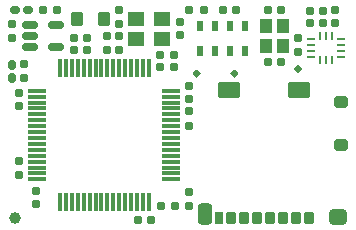
<source format=gbr>
%TF.GenerationSoftware,KiCad,Pcbnew,8.0.0*%
%TF.CreationDate,2024-09-22T12:37:06-04:00*%
%TF.ProjectId,MainBoard,4d61696e-426f-4617-9264-2e6b69636164,rev?*%
%TF.SameCoordinates,Original*%
%TF.FileFunction,Soldermask,Top*%
%TF.FilePolarity,Negative*%
%FSLAX46Y46*%
G04 Gerber Fmt 4.6, Leading zero omitted, Abs format (unit mm)*
G04 Created by KiCad (PCBNEW 8.0.0) date 2024-09-22 12:37:06*
%MOMM*%
%LPD*%
G01*
G04 APERTURE LIST*
G04 Aperture macros list*
%AMRoundRect*
0 Rectangle with rounded corners*
0 $1 Rounding radius*
0 $2 $3 $4 $5 $6 $7 $8 $9 X,Y pos of 4 corners*
0 Add a 4 corners polygon primitive as box body*
4,1,4,$2,$3,$4,$5,$6,$7,$8,$9,$2,$3,0*
0 Add four circle primitives for the rounded corners*
1,1,$1+$1,$2,$3*
1,1,$1+$1,$4,$5*
1,1,$1+$1,$6,$7*
1,1,$1+$1,$8,$9*
0 Add four rect primitives between the rounded corners*
20,1,$1+$1,$2,$3,$4,$5,0*
20,1,$1+$1,$4,$5,$6,$7,0*
20,1,$1+$1,$6,$7,$8,$9,0*
20,1,$1+$1,$8,$9,$2,$3,0*%
G04 Aperture macros list end*
%ADD10C,0.350000*%
%ADD11RoundRect,0.155000X0.212500X0.155000X-0.212500X0.155000X-0.212500X-0.155000X0.212500X-0.155000X0*%
%ADD12RoundRect,0.160000X0.160000X-0.197500X0.160000X0.197500X-0.160000X0.197500X-0.160000X-0.197500X0*%
%ADD13RoundRect,0.160000X-0.222500X-0.160000X0.222500X-0.160000X0.222500X0.160000X-0.222500X0.160000X0*%
%ADD14RoundRect,0.155000X-0.155000X0.212500X-0.155000X-0.212500X0.155000X-0.212500X0.155000X0.212500X0*%
%ADD15RoundRect,0.160000X-0.160000X0.222500X-0.160000X-0.222500X0.160000X-0.222500X0.160000X0.222500X0*%
%ADD16R,1.000000X1.150000*%
%ADD17RoundRect,0.155000X0.155000X-0.212500X0.155000X0.212500X-0.155000X0.212500X-0.155000X-0.212500X0*%
%ADD18R,0.550000X0.950000*%
%ADD19RoundRect,0.155000X-0.212500X-0.155000X0.212500X-0.155000X0.212500X0.155000X-0.212500X0.155000X0*%
%ADD20C,1.000000*%
%ADD21R,0.675000X0.250000*%
%ADD22R,0.250000X0.675000*%
%ADD23RoundRect,0.212500X0.212500X0.337500X-0.212500X0.337500X-0.212500X-0.337500X0.212500X-0.337500X0*%
%ADD24RoundRect,0.187500X0.187500X0.362500X-0.187500X0.362500X-0.187500X-0.362500X0.187500X-0.362500X0*%
%ADD25RoundRect,0.250000X0.350000X0.250000X-0.350000X0.250000X-0.350000X-0.250000X0.350000X-0.250000X0*%
%ADD26RoundRect,0.400000X0.375000X0.275000X-0.375000X0.275000X-0.375000X-0.275000X0.375000X-0.275000X0*%
%ADD27RoundRect,0.250000X0.700000X0.425000X-0.700000X0.425000X-0.700000X-0.425000X0.700000X-0.425000X0*%
%ADD28RoundRect,0.250000X0.335000X0.650000X-0.335000X0.650000X-0.335000X-0.650000X0.335000X-0.650000X0*%
%ADD29RoundRect,0.250000X-0.275000X-0.350000X0.275000X-0.350000X0.275000X0.350000X-0.275000X0.350000X0*%
%ADD30RoundRect,0.160000X-0.197500X-0.160000X0.197500X-0.160000X0.197500X0.160000X-0.197500X0.160000X0*%
%ADD31RoundRect,0.150000X-0.512500X-0.150000X0.512500X-0.150000X0.512500X0.150000X-0.512500X0.150000X0*%
%ADD32RoundRect,0.160000X-0.160000X0.197500X-0.160000X-0.197500X0.160000X-0.197500X0.160000X0.197500X0*%
%ADD33R,1.400000X1.200000*%
%ADD34RoundRect,0.075000X-0.075000X0.700000X-0.075000X-0.700000X0.075000X-0.700000X0.075000X0.700000X0*%
%ADD35RoundRect,0.075000X-0.700000X0.075000X-0.700000X-0.075000X0.700000X-0.075000X0.700000X0.075000X0*%
G04 APERTURE END LIST*
D10*
X101575000Y-79400000D02*
G75*
G02*
X101225000Y-79400000I-175000J0D01*
G01*
X101225000Y-79400000D02*
G75*
G02*
X101575000Y-79400000I175000J0D01*
G01*
X110175000Y-79000000D02*
G75*
G02*
X109825000Y-79000000I-175000J0D01*
G01*
X109825000Y-79000000D02*
G75*
G02*
X110175000Y-79000000I175000J0D01*
G01*
X104775000Y-79400000D02*
G75*
G02*
X104425000Y-79400000I-175000J0D01*
G01*
X104425000Y-79400000D02*
G75*
G02*
X104775000Y-79400000I175000J0D01*
G01*
D11*
%TO.C,C15*%
X97567500Y-91800000D03*
X96432500Y-91800000D03*
%TD*%
D12*
%TO.C,R9*%
X100800000Y-90597500D03*
X100800000Y-89402500D03*
%TD*%
D13*
%TO.C,D1*%
X86000000Y-74000000D03*
X87145002Y-74000000D03*
%TD*%
D14*
%TO.C,C16*%
X87800000Y-89332500D03*
X87800000Y-90467500D03*
%TD*%
D15*
%TO.C,D2*%
X85800000Y-78627499D03*
X85800000Y-79772501D03*
%TD*%
D16*
%TO.C,U6*%
X107300000Y-75325000D03*
X107300000Y-77075000D03*
X108700000Y-77075000D03*
X108700000Y-75325000D03*
%TD*%
D17*
%TO.C,C12*%
X94800000Y-75167500D03*
X94800000Y-74032500D03*
%TD*%
D18*
%TO.C,U4*%
X105475000Y-75325000D03*
X104225000Y-75325000D03*
X102975000Y-75325000D03*
X101725000Y-75325000D03*
X101725000Y-77475000D03*
X102975000Y-77475000D03*
X104225000Y-77475000D03*
X105475000Y-77475000D03*
%TD*%
D19*
%TO.C,C5*%
X110970000Y-74100000D03*
X112105000Y-74100000D03*
%TD*%
D20*
%TO.C,TP1*%
X86000000Y-91600000D03*
%TD*%
D21*
%TO.C,U3*%
X113600000Y-78000000D03*
X113600000Y-77500000D03*
X113600000Y-77000000D03*
X113600000Y-76500000D03*
D22*
X112837500Y-76237500D03*
X112337500Y-76237499D03*
X111837500Y-76237500D03*
D21*
X111075000Y-76500000D03*
X111075000Y-77000000D03*
X111075000Y-77500000D03*
X111075000Y-78000000D03*
D22*
X111837500Y-78262500D03*
X112337500Y-78262501D03*
X112837500Y-78262500D03*
%TD*%
D23*
%TO.C,J1*%
X110960000Y-91625000D03*
X109860000Y-91625000D03*
X108760000Y-91625000D03*
X107660000Y-91625000D03*
X106560000Y-91625000D03*
X105460000Y-91625000D03*
X104360000Y-91625000D03*
D24*
X103310000Y-91625000D03*
D25*
X113595000Y-85475000D03*
X113595000Y-81775000D03*
D26*
X113420000Y-91500000D03*
D27*
X110095000Y-80800000D03*
X104125000Y-80800000D03*
D28*
X102100000Y-91275000D03*
%TD*%
D29*
%TO.C,FB1*%
X91250000Y-74800000D03*
X93550000Y-74800000D03*
%TD*%
D11*
%TO.C,C6*%
X89567500Y-74000000D03*
X88432500Y-74000000D03*
%TD*%
D12*
%TO.C,R3*%
X94800000Y-77397500D03*
X94800000Y-76202500D03*
%TD*%
D17*
%TO.C,C24*%
X113137500Y-75135000D03*
X113137500Y-74000000D03*
%TD*%
D14*
%TO.C,C17*%
X100800000Y-80432500D03*
X100800000Y-81567500D03*
%TD*%
D11*
%TO.C,C23*%
X104767500Y-74000000D03*
X103632500Y-74000000D03*
%TD*%
D30*
%TO.C,R12*%
X100802500Y-74000000D03*
X101997500Y-74000000D03*
%TD*%
D19*
%TO.C,C8*%
X98332500Y-77800000D03*
X99467500Y-77800000D03*
%TD*%
D14*
%TO.C,C10*%
X100000000Y-75032500D03*
X100000000Y-76167500D03*
%TD*%
%TO.C,C3*%
X85800000Y-75232500D03*
X85800000Y-76367500D03*
%TD*%
D19*
%TO.C,C18*%
X91032500Y-77432501D03*
X92167500Y-77432501D03*
%TD*%
D31*
%TO.C,U1*%
X87262500Y-75250000D03*
X87262500Y-76200000D03*
X87262500Y-77150000D03*
X89537500Y-77150000D03*
X89537500Y-75250000D03*
%TD*%
D32*
%TO.C,R1*%
X100800000Y-82602500D03*
X100800000Y-83797500D03*
%TD*%
D33*
%TO.C,Y1*%
X98500000Y-74750000D03*
X96300000Y-74750000D03*
X96300000Y-76450000D03*
X98500000Y-76450000D03*
%TD*%
D17*
%TO.C,C13*%
X86400000Y-87967500D03*
X86400000Y-86832500D03*
%TD*%
D11*
%TO.C,C20*%
X108567500Y-74000000D03*
X107432500Y-74000000D03*
%TD*%
D19*
%TO.C,C11*%
X98432500Y-90567500D03*
X99567500Y-90567500D03*
%TD*%
%TO.C,C19*%
X91032500Y-76400000D03*
X92167500Y-76400000D03*
%TD*%
D17*
%TO.C,C1*%
X93800000Y-77367500D03*
X93800000Y-76232500D03*
%TD*%
D32*
%TO.C,R4*%
X86800000Y-78602500D03*
X86800000Y-79797500D03*
%TD*%
D17*
%TO.C,C14*%
X86400000Y-82167500D03*
X86400000Y-81032500D03*
%TD*%
D19*
%TO.C,C9*%
X98332500Y-78800000D03*
X99467500Y-78800000D03*
%TD*%
D34*
%TO.C,U2*%
X97350000Y-78925000D03*
X96850000Y-78925000D03*
X96350000Y-78925000D03*
X95850000Y-78925000D03*
X95350000Y-78925000D03*
X94850000Y-78925000D03*
X94350000Y-78925000D03*
X93850000Y-78925000D03*
X93350000Y-78925000D03*
X92850000Y-78925000D03*
X92350000Y-78925000D03*
X91850000Y-78925000D03*
X91350000Y-78925000D03*
X90850000Y-78925000D03*
X90350000Y-78925000D03*
X89850000Y-78925000D03*
D35*
X87925000Y-80850000D03*
X87925000Y-81350000D03*
X87925000Y-81850000D03*
X87925000Y-82350000D03*
X87925000Y-82850000D03*
X87925000Y-83350000D03*
X87925000Y-83850000D03*
X87925000Y-84350000D03*
X87925000Y-84850000D03*
X87925000Y-85350000D03*
X87925000Y-85850000D03*
X87925000Y-86350000D03*
X87925000Y-86850000D03*
X87925000Y-87350000D03*
X87925000Y-87850000D03*
X87925000Y-88350000D03*
D34*
X89850000Y-90275000D03*
X90350000Y-90275000D03*
X90850000Y-90275000D03*
X91350000Y-90275000D03*
X91850000Y-90275000D03*
X92350000Y-90275000D03*
X92850000Y-90275000D03*
X93350000Y-90275000D03*
X93850000Y-90275000D03*
X94350000Y-90275000D03*
X94850000Y-90275000D03*
X95350000Y-90275000D03*
X95850000Y-90275000D03*
X96350000Y-90275000D03*
X96850000Y-90275000D03*
X97350000Y-90275000D03*
D35*
X99275000Y-88350000D03*
X99275000Y-87850000D03*
X99275000Y-87350000D03*
X99275000Y-86850000D03*
X99275000Y-86350000D03*
X99275000Y-85850000D03*
X99275000Y-85350000D03*
X99275000Y-84850000D03*
X99275000Y-84350000D03*
X99275000Y-83850000D03*
X99275000Y-83350000D03*
X99275000Y-82850000D03*
X99275000Y-82350000D03*
X99275000Y-81850000D03*
X99275000Y-81350000D03*
X99275000Y-80850000D03*
%TD*%
D32*
%TO.C,R14*%
X110000000Y-76402500D03*
X110000000Y-77597500D03*
%TD*%
D19*
%TO.C,C22*%
X110970000Y-75100000D03*
X112105000Y-75100000D03*
%TD*%
D11*
%TO.C,C21*%
X108567500Y-78400000D03*
X107432500Y-78400000D03*
%TD*%
M02*

</source>
